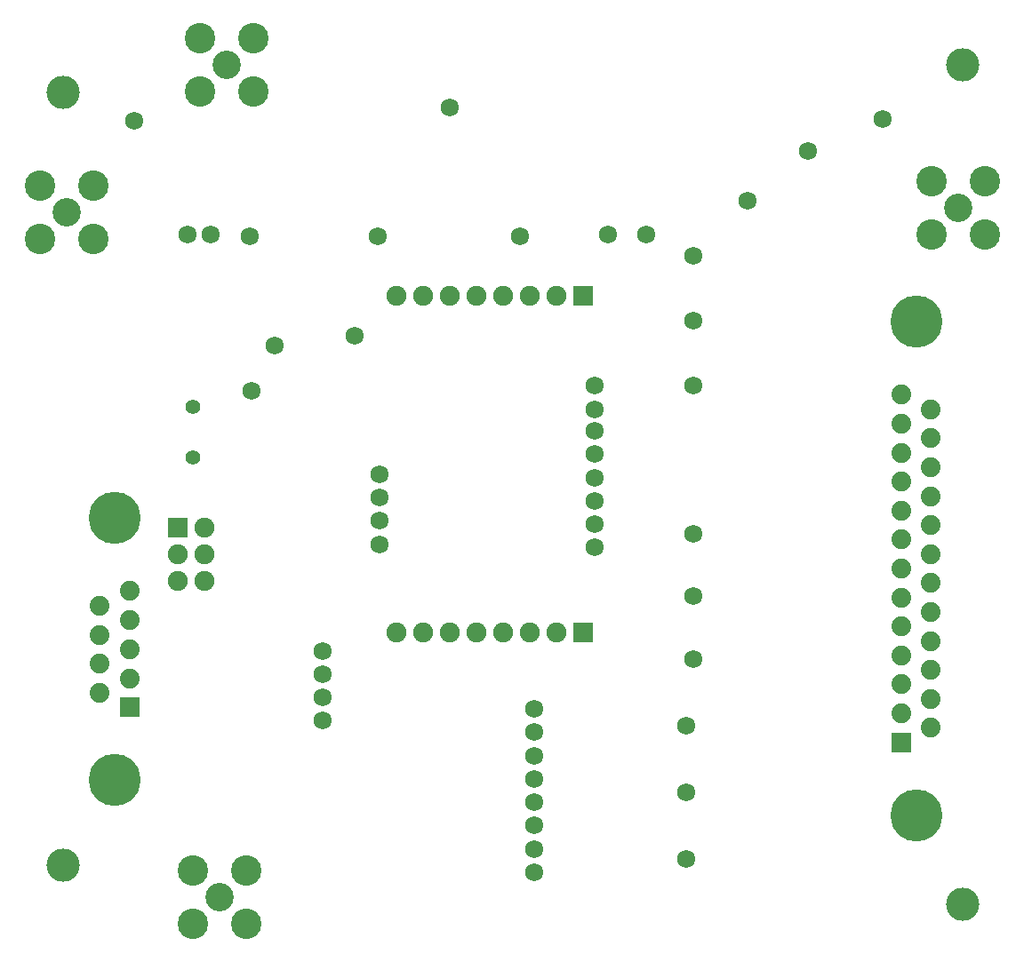
<source format=gbr>
G04 DipTrace 3.3.1.3*
G04 BottomMask.gbr*
%MOIN*%
G04 #@! TF.FileFunction,Soldermask,Bot*
G04 #@! TF.Part,Single*
%ADD33C,0.125*%
%ADD44C,0.05588*%
%ADD52C,0.06788*%
%ADD54C,0.074809*%
%ADD56R,0.074809X0.074809*%
%ADD58C,0.195282*%
%ADD60C,0.074415*%
%ADD62R,0.074415X0.074415*%
%ADD64C,0.106305*%
%ADD66C,0.114179*%
%FSLAX26Y26*%
G04*
G70*
G90*
G75*
G01*
G04 BotMask*
%LPD*%
D66*
X3851462Y3307508D3*
Y3107508D3*
X4051462D3*
Y3307508D3*
D64*
X3951462Y3207508D3*
D66*
X1282713Y720008D3*
X1082713D3*
Y520008D3*
X1282713D3*
D64*
X1182713Y620008D3*
D62*
X845212Y1332508D3*
D60*
Y1441564D3*
Y1550619D3*
Y1659674D3*
Y1768729D3*
X733401Y1387036D3*
Y1496091D3*
Y1605146D3*
Y1714201D3*
D58*
X789307Y1058690D3*
Y2042548D3*
D56*
X1026461Y2007508D3*
D54*
X1126461D3*
X1026461Y1907508D3*
X1126461D3*
X1026461Y1807508D3*
X1126461D3*
D62*
X3738967Y1201259D3*
D60*
Y1309960D3*
Y1418661D3*
Y1527361D3*
Y1636062D3*
Y1744763D3*
Y1853464D3*
Y1962165D3*
Y2070865D3*
Y2179566D3*
Y2288267D3*
Y2396968D3*
Y2505669D3*
X3850778Y1255616D3*
Y1364317D3*
Y1473018D3*
Y1581718D3*
Y1690419D3*
Y1799120D3*
Y1907821D3*
Y2016522D3*
Y2125222D3*
Y2233923D3*
Y2342624D3*
Y2451325D3*
D58*
X3794873Y2779684D3*
Y927243D3*
D66*
X1107712Y3645008D3*
X1307712D3*
Y3845008D3*
X1107712D3*
D64*
X1207712Y3745008D3*
D66*
X707713Y3088758D3*
Y3288758D3*
X507713D3*
Y3088758D3*
D64*
X607713Y3188758D3*
D56*
X2544178Y2876258D3*
D54*
X2444178D3*
X2344178D3*
X2244178D3*
X2144178D3*
X2044178D3*
X1944178D3*
X1844178D3*
D56*
X2544178Y1613758D3*
D54*
X2444178D3*
X2344178D3*
X2244178D3*
X2144178D3*
X2044178D3*
X1944178D3*
X1844178D3*
D52*
X2638962Y3107508D3*
X3388913Y3420008D3*
X3163913Y3232508D3*
X2588962Y1932508D3*
X2045163Y3582508D3*
X863962Y3532508D3*
X3670212Y3538759D3*
X1149680Y3107508D3*
X1295163Y3101258D3*
X2307712D3*
X2782713Y3107508D3*
X1776462Y3101258D3*
X1062180Y3107508D3*
X2588962Y2020008D3*
Y2107508D3*
Y2195008D3*
Y2282508D3*
Y2370008D3*
Y2451258D3*
Y2538758D3*
X2363961Y713758D3*
X1782713Y1945010D3*
X2363961Y801258D3*
Y888758D3*
Y976258D3*
Y1063758D3*
Y1151258D3*
Y1238758D3*
Y1326258D3*
X1301461Y2520008D3*
X1782713Y2032510D3*
Y2120008D3*
Y2207508D3*
X1570210Y1545008D3*
Y1457508D3*
Y1370008D3*
Y1282508D3*
X1388962Y2688758D3*
X1688962Y2726259D3*
X2957713Y3026258D3*
Y2782508D3*
Y2538758D3*
X2957712Y1982508D3*
X2957713Y1751258D3*
Y1513758D3*
X2932713Y1263759D3*
Y1013759D3*
X2932712Y763759D3*
D44*
X1082712Y2270008D3*
Y2460008D3*
D33*
X595212Y3638758D3*
Y738759D3*
X3970212Y595008D3*
Y3745008D3*
M02*

</source>
